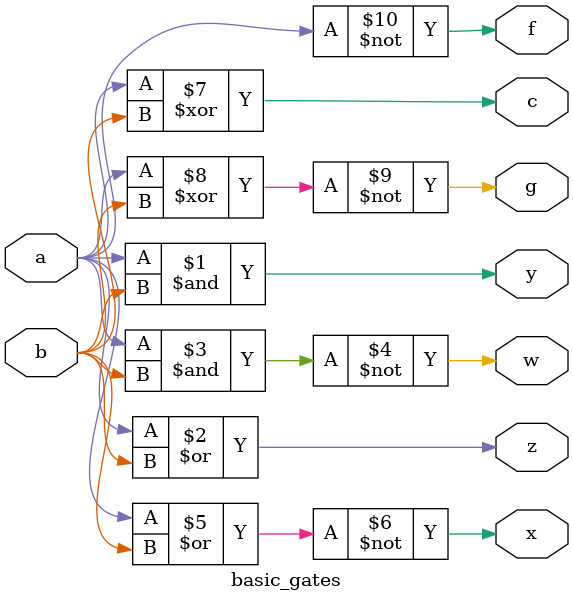
<source format=v>
`timescale 1ns / 1ps


module basic_gates(a,b,f,y,x,z,w,c,g);
input a,b;
output f,y,x,z,w,c,g;

not not01(f,a);
and and01(y,a,b);
or or01(z,a,b);
nand nand01(w,a,b);
nor nor01(x,a,b);
xor xor01(c,a,b);
xnor xnor01(g,a,b);
endmodule

</source>
